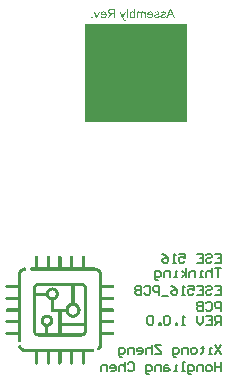
<source format=gbo>
G04*
G04 #@! TF.GenerationSoftware,Altium Limited,Altium Designer,21.9.2 (33)*
G04*
G04 Layer_Color=32896*
%FSLAX25Y25*%
%MOIN*%
G70*
G04*
G04 #@! TF.SameCoordinates,C603DD54-685B-4B9A-A4C2-A7D413009CF4*
G04*
G04*
G04 #@! TF.FilePolarity,Positive*
G04*
G01*
G75*
%ADD15C,0.00500*%
%ADD152R,0.34394X0.32912*%
G36*
X59358Y112947D02*
X59499D01*
Y112876D01*
X59570D01*
Y112805D01*
X59641D01*
Y112663D01*
X59712D01*
Y109044D01*
X63260D01*
Y108973D01*
X63686D01*
Y108903D01*
X63898D01*
Y108832D01*
X64040D01*
Y108760D01*
X64182D01*
Y108690D01*
X64324D01*
Y108619D01*
X64466D01*
Y108548D01*
X64537D01*
Y108477D01*
X64608D01*
Y108406D01*
X64679D01*
Y108335D01*
X64750D01*
Y108264D01*
X64821D01*
Y108193D01*
X64892D01*
Y108122D01*
X64963D01*
Y108051D01*
X65034D01*
Y107909D01*
X65105D01*
Y107838D01*
X65175D01*
Y107696D01*
X65246D01*
Y107554D01*
X65317D01*
Y107342D01*
X65388D01*
Y107058D01*
X65459D01*
Y103155D01*
X69220D01*
Y103084D01*
X69362D01*
Y103014D01*
X69433D01*
Y102943D01*
X69504D01*
Y102801D01*
X69574D01*
Y102446D01*
X69504D01*
Y102304D01*
X69433D01*
Y102233D01*
X69362D01*
Y102162D01*
X69220D01*
Y102091D01*
X65459D01*
Y99253D01*
X69291D01*
Y99182D01*
X69362D01*
Y99111D01*
X69433D01*
Y99040D01*
X69504D01*
Y98898D01*
X69574D01*
Y98544D01*
X69504D01*
Y98402D01*
X69433D01*
Y98331D01*
X69362D01*
Y98260D01*
X69149D01*
Y98189D01*
X65459D01*
Y95422D01*
X69078D01*
Y95351D01*
X69291D01*
Y95280D01*
X69433D01*
Y95138D01*
X69504D01*
Y94996D01*
X69574D01*
Y94712D01*
X69504D01*
Y94570D01*
X69433D01*
Y94428D01*
X69291D01*
Y94357D01*
X69078D01*
Y94286D01*
X65459D01*
Y91519D01*
X69149D01*
Y91448D01*
X69362D01*
Y91377D01*
X69433D01*
Y91306D01*
X69504D01*
Y91164D01*
X69574D01*
Y90810D01*
X69504D01*
Y90668D01*
X69433D01*
Y90597D01*
X69362D01*
Y90526D01*
X69291D01*
Y90455D01*
X65459D01*
Y87617D01*
X69220D01*
Y87546D01*
X69362D01*
Y87475D01*
X69433D01*
Y87404D01*
X69504D01*
Y87262D01*
X69574D01*
Y86907D01*
X69504D01*
Y86765D01*
X69433D01*
Y86695D01*
X69362D01*
Y86624D01*
X69220D01*
Y86553D01*
X65459D01*
Y82863D01*
X65388D01*
Y82579D01*
X65317D01*
Y82367D01*
X65246D01*
Y82225D01*
X65175D01*
Y82154D01*
X65105D01*
Y82012D01*
X65034D01*
Y81870D01*
X64963D01*
Y81799D01*
X64892D01*
Y81728D01*
X64821D01*
Y81657D01*
X64750D01*
Y81586D01*
X64679D01*
Y81515D01*
X64608D01*
Y81444D01*
X64111D01*
Y81515D01*
X64040D01*
Y81586D01*
X63969D01*
Y81657D01*
X63898D01*
Y81728D01*
X63827D01*
Y82154D01*
X63898D01*
Y82296D01*
X63969D01*
Y82367D01*
X64040D01*
Y82437D01*
X64111D01*
Y82508D01*
X64182D01*
Y82650D01*
X64253D01*
Y82792D01*
X64324D01*
Y83005D01*
X64395D01*
Y106916D01*
X64324D01*
Y107129D01*
X64253D01*
Y107271D01*
X64182D01*
Y107413D01*
X64111D01*
Y107483D01*
X64040D01*
Y107554D01*
X63969D01*
Y107625D01*
X63898D01*
Y107696D01*
X63827D01*
Y107767D01*
X63686D01*
Y107838D01*
X63473D01*
Y107909D01*
X63189D01*
Y107980D01*
X41620D01*
Y108051D01*
X41549D01*
Y108122D01*
X41478D01*
Y108193D01*
X41407D01*
Y108335D01*
X41336D01*
Y108619D01*
X41407D01*
Y108760D01*
X41478D01*
Y108903D01*
X41620D01*
Y108973D01*
X41761D01*
Y109044D01*
X43110D01*
Y112663D01*
X43181D01*
Y112805D01*
X43251D01*
Y112876D01*
X43322D01*
Y112947D01*
X43464D01*
Y113018D01*
X43819D01*
Y112947D01*
X43961D01*
Y112876D01*
X44032D01*
Y112805D01*
X44103D01*
Y112663D01*
X44174D01*
Y109044D01*
X47012D01*
Y112734D01*
X47083D01*
Y112805D01*
X47154D01*
Y112876D01*
X47225D01*
Y112947D01*
X47367D01*
Y113018D01*
X47721D01*
Y112947D01*
X47863D01*
Y112876D01*
X47934D01*
Y112805D01*
X48005D01*
Y112592D01*
X48076D01*
Y109044D01*
X50843D01*
Y112521D01*
X50914D01*
Y112734D01*
X50985D01*
Y112876D01*
X51127D01*
Y112947D01*
X51269D01*
Y113018D01*
X51553D01*
Y112947D01*
X51695D01*
Y112876D01*
X51837D01*
Y112734D01*
X51908D01*
Y112521D01*
X51978D01*
Y109044D01*
X54746D01*
Y112592D01*
X54817D01*
Y112805D01*
X54887D01*
Y112876D01*
X54958D01*
Y112947D01*
X55100D01*
Y113018D01*
X55455D01*
Y112947D01*
X55597D01*
Y112876D01*
X55668D01*
Y112805D01*
X55739D01*
Y112734D01*
X55810D01*
Y109044D01*
X58648D01*
Y112663D01*
X58719D01*
Y112805D01*
X58790D01*
Y112876D01*
X58861D01*
Y112947D01*
X59003D01*
Y113018D01*
X59358D01*
Y112947D01*
D02*
G37*
G36*
X58932Y103865D02*
X59216D01*
Y103794D01*
X59358D01*
Y103723D01*
X59499D01*
Y103652D01*
X59641D01*
Y103581D01*
X59712D01*
Y103510D01*
X59783D01*
Y103439D01*
X59854D01*
Y103368D01*
X59925D01*
Y103297D01*
X59996D01*
Y103226D01*
X60067D01*
Y103155D01*
X60138D01*
Y103014D01*
X60209D01*
Y102872D01*
X60280D01*
Y102659D01*
X60351D01*
Y98402D01*
Y98331D01*
Y87262D01*
X60280D01*
Y87049D01*
X60209D01*
Y86907D01*
X60138D01*
Y86765D01*
X60067D01*
Y86695D01*
X59996D01*
Y86624D01*
X59925D01*
Y86553D01*
X59854D01*
Y86482D01*
X59783D01*
Y86411D01*
X59712D01*
Y86340D01*
X59641D01*
Y86269D01*
X59499D01*
Y86198D01*
X59358D01*
Y86127D01*
X59145D01*
Y86056D01*
X58861D01*
Y85985D01*
X43961D01*
Y86056D01*
X43677D01*
Y86127D01*
X43464D01*
Y86198D01*
X43322D01*
Y86269D01*
X43181D01*
Y86340D01*
X43110D01*
Y86411D01*
X43039D01*
Y86482D01*
X42968D01*
Y86553D01*
X42897D01*
Y86624D01*
X42826D01*
Y86695D01*
X42755D01*
Y86765D01*
X42684D01*
Y86907D01*
X42613D01*
Y87049D01*
X42542D01*
Y87262D01*
X42471D01*
Y102659D01*
X42542D01*
Y102872D01*
X42613D01*
Y103014D01*
X42684D01*
Y103155D01*
X42755D01*
Y103226D01*
X42826D01*
Y103297D01*
X42897D01*
Y103368D01*
X42968D01*
Y103439D01*
X43039D01*
Y103510D01*
X43110D01*
Y103581D01*
X43181D01*
Y103652D01*
X43322D01*
Y103723D01*
X43464D01*
Y103794D01*
X43606D01*
Y103865D01*
X43890D01*
Y103936D01*
X58932D01*
Y103865D01*
D02*
G37*
G36*
X39846Y108973D02*
X39988D01*
Y108903D01*
X40130D01*
Y108832D01*
X40201D01*
Y108690D01*
X40271D01*
Y108335D01*
X40201D01*
Y108193D01*
X40130D01*
Y108122D01*
X40059D01*
Y108051D01*
X39988D01*
Y107980D01*
X39633D01*
Y107909D01*
X39349D01*
Y107838D01*
X39136D01*
Y107767D01*
X38994D01*
Y107696D01*
X38923D01*
Y107625D01*
X38852D01*
Y107554D01*
X38781D01*
Y107483D01*
X38711D01*
Y107413D01*
X38640D01*
Y107271D01*
X38569D01*
Y107129D01*
X38498D01*
Y106916D01*
X38427D01*
Y84566D01*
X38356D01*
Y84424D01*
X38285D01*
Y84353D01*
X38214D01*
Y84282D01*
X38072D01*
Y84211D01*
X37646D01*
Y84282D01*
X37575D01*
Y84353D01*
X37504D01*
Y84424D01*
X37433D01*
Y84495D01*
X37363D01*
Y86553D01*
X33602D01*
Y86624D01*
X33460D01*
Y86695D01*
X33389D01*
Y86765D01*
X33318D01*
Y86907D01*
X33247D01*
Y87262D01*
X33318D01*
Y87404D01*
X33389D01*
Y87475D01*
X33460D01*
Y87546D01*
X33602D01*
Y87617D01*
X37363D01*
Y90455D01*
X33531D01*
Y90526D01*
X33460D01*
Y90597D01*
X33389D01*
Y90668D01*
X33318D01*
Y90810D01*
X33247D01*
Y91164D01*
X33318D01*
Y91306D01*
X33389D01*
Y91377D01*
X33460D01*
Y91448D01*
X33673D01*
Y91519D01*
X37363D01*
Y94286D01*
X33744D01*
Y94357D01*
X33531D01*
Y94428D01*
X33389D01*
Y94570D01*
X33318D01*
Y94712D01*
X33247D01*
Y94996D01*
X33318D01*
Y95138D01*
X33389D01*
Y95280D01*
X33531D01*
Y95351D01*
X33744D01*
Y95422D01*
X37363D01*
Y98189D01*
X33673D01*
Y98260D01*
X33460D01*
Y98331D01*
X33389D01*
Y98402D01*
X33318D01*
Y98544D01*
X33247D01*
Y98898D01*
X33318D01*
Y99040D01*
X33389D01*
Y99111D01*
X33460D01*
Y99182D01*
X33531D01*
Y99253D01*
X37363D01*
Y102091D01*
X33602D01*
Y102162D01*
X33460D01*
Y102233D01*
X33389D01*
Y102304D01*
X33318D01*
Y102446D01*
X33247D01*
Y102801D01*
X33318D01*
Y102943D01*
X33389D01*
Y103014D01*
X33460D01*
Y103084D01*
X33602D01*
Y103155D01*
X37363D01*
Y107058D01*
X37433D01*
Y107342D01*
X37504D01*
Y107554D01*
X37575D01*
Y107696D01*
X37646D01*
Y107838D01*
X37717D01*
Y107909D01*
X37788D01*
Y108051D01*
X37859D01*
Y108122D01*
X37930D01*
Y108193D01*
X38001D01*
Y108264D01*
X38072D01*
Y108335D01*
X38143D01*
Y108406D01*
X38214D01*
Y108477D01*
X38285D01*
Y108548D01*
X38356D01*
Y108619D01*
X38498D01*
Y108690D01*
X38640D01*
Y108760D01*
X38781D01*
Y108832D01*
X38923D01*
Y108903D01*
X39136D01*
Y108973D01*
X39562D01*
Y109044D01*
X39846D01*
Y108973D01*
D02*
G37*
G36*
X38214Y83076D02*
X38356D01*
Y83005D01*
X38427D01*
Y82934D01*
X38498D01*
Y82792D01*
X38569D01*
Y82650D01*
X38640D01*
Y82579D01*
X38711D01*
Y82437D01*
X38781D01*
Y82367D01*
X38852D01*
Y82296D01*
X38923D01*
Y82225D01*
X39065D01*
Y82154D01*
X39207D01*
Y82083D01*
X39349D01*
Y82012D01*
X39775D01*
Y81941D01*
X62621D01*
Y81870D01*
X62692D01*
Y81799D01*
X62763D01*
Y81728D01*
X62834D01*
Y81515D01*
X62905D01*
Y81373D01*
X62834D01*
Y81160D01*
X62763D01*
Y81089D01*
X62692D01*
Y81018D01*
X62621D01*
Y80948D01*
X62408D01*
Y80876D01*
X59712D01*
Y77045D01*
X59641D01*
Y76903D01*
X59570D01*
Y76832D01*
X59499D01*
Y76761D01*
X59358D01*
Y76690D01*
X59003D01*
Y76761D01*
X58861D01*
Y76832D01*
X58790D01*
Y76903D01*
X58719D01*
Y77045D01*
X58648D01*
Y80876D01*
X55810D01*
Y76974D01*
X55739D01*
Y76903D01*
X55668D01*
Y76832D01*
X55597D01*
Y76761D01*
X55455D01*
Y76690D01*
X55100D01*
Y76761D01*
X54958D01*
Y76832D01*
X54887D01*
Y76903D01*
X54817D01*
Y77116D01*
X54746D01*
Y80876D01*
X51978D01*
Y77187D01*
X51908D01*
Y76974D01*
X51837D01*
Y76832D01*
X51695D01*
Y76761D01*
X51553D01*
Y76690D01*
X51269D01*
Y76761D01*
X51127D01*
Y76832D01*
X50985D01*
Y76974D01*
X50914D01*
Y77187D01*
X50843D01*
Y78677D01*
Y78748D01*
Y80876D01*
X48076D01*
Y77116D01*
X48005D01*
Y76903D01*
X47934D01*
Y76832D01*
X47863D01*
Y76761D01*
X47721D01*
Y76690D01*
X47367D01*
Y76761D01*
X47225D01*
Y76832D01*
X47154D01*
Y76903D01*
X47083D01*
Y76974D01*
X47012D01*
Y80876D01*
X44174D01*
Y77045D01*
X44103D01*
Y76903D01*
X44032D01*
Y76832D01*
X43961D01*
Y76761D01*
X43819D01*
Y76690D01*
X43464D01*
Y76761D01*
X43322D01*
Y76832D01*
X43251D01*
Y76903D01*
X43181D01*
Y77045D01*
X43110D01*
Y80876D01*
X39633D01*
Y80948D01*
X39207D01*
Y81018D01*
X38923D01*
Y81089D01*
X38781D01*
Y81160D01*
X38640D01*
Y81231D01*
X38498D01*
Y81302D01*
X38356D01*
Y81373D01*
X38285D01*
Y81444D01*
X38214D01*
Y81515D01*
X38143D01*
Y81586D01*
X38072D01*
Y81657D01*
X38001D01*
Y81728D01*
X37930D01*
Y81799D01*
X37859D01*
Y81870D01*
X37788D01*
Y82012D01*
X37717D01*
Y82083D01*
X37646D01*
Y82225D01*
X37575D01*
Y82367D01*
X37504D01*
Y82792D01*
X37575D01*
Y82934D01*
X37646D01*
Y83005D01*
X37717D01*
Y83076D01*
X37859D01*
Y83147D01*
X38214D01*
Y83076D01*
D02*
G37*
G36*
X76511Y192150D02*
X76166D01*
Y192422D01*
X76122Y192366D01*
X76078Y192315D01*
X76027Y192271D01*
X75980Y192236D01*
X75927Y192203D01*
X75877Y192180D01*
X75827Y192156D01*
X75780Y192141D01*
X75735Y192127D01*
X75694Y192118D01*
X75656Y192109D01*
X75623Y192106D01*
X75597Y192103D01*
X75576Y192100D01*
X75558D01*
X75488Y192103D01*
X75417Y192115D01*
X75352Y192130D01*
X75290Y192147D01*
X75231Y192171D01*
X75175Y192198D01*
X75125Y192224D01*
X75077Y192253D01*
X75036Y192283D01*
X75001Y192310D01*
X74968Y192336D01*
X74942Y192360D01*
X74921Y192377D01*
X74904Y192395D01*
X74895Y192404D01*
X74892Y192407D01*
X74841Y192466D01*
X74800Y192534D01*
X74762Y192602D01*
X74729Y192672D01*
X74703Y192746D01*
X74679Y192817D01*
X74662Y192888D01*
X74647Y192959D01*
X74635Y193024D01*
X74626Y193082D01*
X74620Y193139D01*
X74614Y193186D01*
Y193224D01*
X74611Y193254D01*
Y193262D01*
Y193271D01*
Y193274D01*
Y193277D01*
X74614Y193366D01*
X74623Y193448D01*
X74632Y193522D01*
X74644Y193590D01*
X74653Y193619D01*
X74659Y193646D01*
X74664Y193667D01*
X74668Y193687D01*
X74673Y193702D01*
X74676Y193714D01*
X74679Y193720D01*
Y193723D01*
X74706Y193799D01*
X74735Y193867D01*
X74765Y193929D01*
X74794Y193979D01*
X74821Y194021D01*
X74833Y194038D01*
X74841Y194053D01*
X74850Y194065D01*
X74856Y194074D01*
X74862Y194077D01*
Y194080D01*
X74909Y194133D01*
X74957Y194177D01*
X75007Y194218D01*
X75054Y194251D01*
X75095Y194277D01*
X75131Y194295D01*
X75142Y194301D01*
X75151Y194307D01*
X75157Y194310D01*
X75160D01*
X75228Y194336D01*
X75296Y194357D01*
X75361Y194372D01*
X75417Y194383D01*
X75467Y194389D01*
X75488D01*
X75505Y194392D01*
X75541D01*
X75608Y194389D01*
X75670Y194380D01*
X75732Y194366D01*
X75788Y194345D01*
X75842Y194324D01*
X75892Y194298D01*
X75936Y194271D01*
X75977Y194245D01*
X76013Y194218D01*
X76045Y194192D01*
X76075Y194165D01*
X76098Y194144D01*
X76116Y194124D01*
X76128Y194109D01*
X76137Y194100D01*
X76139Y194097D01*
Y195174D01*
X76511D01*
Y192150D01*
D02*
G37*
G36*
X79113Y194389D02*
X79187Y194378D01*
X79252Y194360D01*
X79311Y194342D01*
X79358Y194324D01*
X79376Y194316D01*
X79393Y194307D01*
X79405Y194301D01*
X79414Y194295D01*
X79420Y194292D01*
X79423D01*
X79485Y194254D01*
X79538Y194212D01*
X79585Y194168D01*
X79624Y194127D01*
X79656Y194091D01*
X79680Y194062D01*
X79685Y194050D01*
X79691Y194041D01*
X79697Y194038D01*
Y194342D01*
X80031D01*
Y192150D01*
X79659D01*
Y193286D01*
Y193342D01*
X79656Y193392D01*
X79653Y193439D01*
X79650Y193484D01*
X79644Y193525D01*
X79641Y193563D01*
X79635Y193599D01*
X79629Y193628D01*
X79624Y193658D01*
X79618Y193681D01*
X79615Y193699D01*
X79609Y193717D01*
X79606Y193728D01*
X79603Y193740D01*
X79600Y193743D01*
Y193746D01*
X79573Y193802D01*
X79544Y193852D01*
X79514Y193894D01*
X79482Y193926D01*
X79452Y193953D01*
X79429Y193973D01*
X79414Y193985D01*
X79408Y193988D01*
X79358Y194015D01*
X79305Y194035D01*
X79255Y194050D01*
X79211Y194062D01*
X79172Y194068D01*
X79143Y194071D01*
X79116D01*
X79045Y194065D01*
X78983Y194050D01*
X78933Y194032D01*
X78892Y194009D01*
X78859Y193985D01*
X78839Y193967D01*
X78824Y193953D01*
X78821Y193947D01*
X78792Y193897D01*
X78768Y193838D01*
X78753Y193776D01*
X78741Y193714D01*
X78736Y193661D01*
X78733Y193637D01*
X78730Y193616D01*
Y193599D01*
Y193587D01*
Y193578D01*
Y193575D01*
Y192150D01*
X78358D01*
Y193422D01*
X78355Y193484D01*
X78352Y193540D01*
X78343Y193593D01*
X78334Y193643D01*
X78322Y193687D01*
X78311Y193726D01*
X78296Y193764D01*
X78281Y193796D01*
X78269Y193823D01*
X78255Y193850D01*
X78243Y193867D01*
X78231Y193885D01*
X78222Y193897D01*
X78213Y193909D01*
X78210Y193911D01*
X78207Y193914D01*
X78178Y193941D01*
X78145Y193967D01*
X78116Y193988D01*
X78084Y194006D01*
X78019Y194032D01*
X77957Y194050D01*
X77904Y194062D01*
X77880Y194065D01*
X77859Y194068D01*
X77845Y194071D01*
X77821D01*
X77774Y194068D01*
X77732Y194062D01*
X77694Y194050D01*
X77662Y194041D01*
X77635Y194029D01*
X77618Y194018D01*
X77603Y194012D01*
X77600Y194009D01*
X77567Y193985D01*
X77541Y193959D01*
X77517Y193932D01*
X77500Y193909D01*
X77485Y193885D01*
X77476Y193867D01*
X77473Y193855D01*
X77470Y193850D01*
X77458Y193808D01*
X77446Y193758D01*
X77441Y193705D01*
X77438Y193655D01*
X77435Y193608D01*
X77432Y193584D01*
Y193566D01*
Y193552D01*
Y193540D01*
Y193534D01*
Y193531D01*
Y192150D01*
X77060D01*
Y193655D01*
X77063Y193723D01*
X77069Y193788D01*
X77078Y193846D01*
X77087Y193900D01*
X77101Y193950D01*
X77116Y193994D01*
X77131Y194035D01*
X77148Y194074D01*
X77166Y194106D01*
X77181Y194133D01*
X77196Y194156D01*
X77210Y194177D01*
X77219Y194192D01*
X77228Y194201D01*
X77234Y194206D01*
X77237Y194209D01*
X77272Y194242D01*
X77308Y194268D01*
X77349Y194295D01*
X77387Y194316D01*
X77432Y194333D01*
X77473Y194348D01*
X77553Y194369D01*
X77591Y194378D01*
X77626Y194383D01*
X77656Y194386D01*
X77685Y194389D01*
X77706Y194392D01*
X77738D01*
X77815Y194389D01*
X77886Y194375D01*
X77957Y194357D01*
X78019Y194333D01*
X78081Y194304D01*
X78137Y194271D01*
X78187Y194236D01*
X78234Y194201D01*
X78275Y194165D01*
X78311Y194130D01*
X78343Y194097D01*
X78370Y194068D01*
X78390Y194044D01*
X78405Y194027D01*
X78414Y194012D01*
X78417Y194009D01*
X78443Y194074D01*
X78476Y194130D01*
X78514Y194177D01*
X78550Y194215D01*
X78582Y194248D01*
X78609Y194271D01*
X78629Y194283D01*
X78632Y194289D01*
X78635D01*
X78697Y194324D01*
X78762Y194348D01*
X78830Y194366D01*
X78892Y194380D01*
X78948Y194386D01*
X78971Y194389D01*
X78992D01*
X79010Y194392D01*
X79033D01*
X79113Y194389D01*
D02*
G37*
G36*
X63935Y192150D02*
X63587D01*
X62755Y194342D01*
X63139D01*
X63626Y193003D01*
X63658Y192914D01*
X63685Y192835D01*
X63708Y192764D01*
X63729Y192705D01*
X63738Y192678D01*
X63744Y192655D01*
X63749Y192634D01*
X63755Y192619D01*
X63758Y192605D01*
X63761Y192596D01*
X63764Y192590D01*
Y192587D01*
X63788Y192672D01*
X63814Y192752D01*
X63838Y192826D01*
X63859Y192894D01*
X63867Y192923D01*
X63876Y192950D01*
X63882Y192973D01*
X63891Y192991D01*
X63897Y193009D01*
X63900Y193020D01*
X63903Y193026D01*
Y193029D01*
X64375Y194342D01*
X64764D01*
X63935Y192150D01*
D02*
G37*
G36*
X72602Y192144D02*
X72617Y192106D01*
X72629Y192079D01*
X72635Y192062D01*
X72638Y192056D01*
X72653Y192017D01*
X72664Y191979D01*
X72676Y191950D01*
X72688Y191920D01*
X72697Y191894D01*
X72706Y191870D01*
X72723Y191835D01*
X72735Y191808D01*
X72744Y191790D01*
X72747Y191781D01*
X72750Y191779D01*
X72768Y191752D01*
X72788Y191728D01*
X72809Y191711D01*
X72830Y191693D01*
X72847Y191681D01*
X72862Y191672D01*
X72871Y191666D01*
X72874Y191664D01*
X72903Y191649D01*
X72936Y191637D01*
X72968Y191631D01*
X72998Y191625D01*
X73027Y191622D01*
X73048Y191619D01*
X73069D01*
X73104Y191622D01*
X73139Y191625D01*
X73175Y191631D01*
X73210Y191637D01*
X73237Y191643D01*
X73260Y191649D01*
X73275Y191655D01*
X73281D01*
X73240Y191307D01*
X73193Y191292D01*
X73148Y191280D01*
X73107Y191271D01*
X73071Y191265D01*
X73042Y191262D01*
X73018Y191259D01*
X73001D01*
X72936Y191262D01*
X72880Y191274D01*
X72827Y191289D01*
X72782Y191304D01*
X72747Y191321D01*
X72720Y191333D01*
X72703Y191345D01*
X72697Y191348D01*
X72650Y191383D01*
X72605Y191425D01*
X72567Y191472D01*
X72532Y191513D01*
X72505Y191554D01*
X72484Y191587D01*
X72476Y191599D01*
X72473Y191607D01*
X72467Y191613D01*
Y191616D01*
X72452Y191643D01*
X72437Y191675D01*
X72420Y191714D01*
X72402Y191752D01*
X72369Y191832D01*
X72334Y191914D01*
X72319Y191956D01*
X72304Y191991D01*
X72290Y192023D01*
X72281Y192053D01*
X72269Y192077D01*
X72263Y192097D01*
X72257Y192109D01*
Y192112D01*
X71428Y194342D01*
X71797D01*
X72266Y193062D01*
X72299Y192970D01*
X72328Y192882D01*
X72355Y192799D01*
X72378Y192723D01*
X72387Y192687D01*
X72396Y192658D01*
X72405Y192631D01*
X72411Y192607D01*
X72417Y192590D01*
X72420Y192575D01*
X72422Y192566D01*
Y192563D01*
X72449Y192661D01*
X72479Y192755D01*
X72505Y192841D01*
X72517Y192879D01*
X72529Y192917D01*
X72540Y192950D01*
X72549Y192979D01*
X72558Y193006D01*
X72567Y193029D01*
X72573Y193047D01*
X72579Y193059D01*
X72582Y193068D01*
Y193071D01*
X73039Y194342D01*
X73434D01*
X72602Y192144D01*
D02*
G37*
G36*
X81562Y194389D02*
X81641Y194380D01*
X81715Y194363D01*
X81786Y194345D01*
X81851Y194322D01*
X81913Y194295D01*
X81969Y194268D01*
X82019Y194239D01*
X82066Y194209D01*
X82104Y194183D01*
X82140Y194156D01*
X82166Y194133D01*
X82190Y194115D01*
X82205Y194100D01*
X82217Y194088D01*
X82219Y194086D01*
X82270Y194027D01*
X82314Y193962D01*
X82349Y193894D01*
X82382Y193823D01*
X82411Y193749D01*
X82435Y193678D01*
X82452Y193608D01*
X82467Y193543D01*
X82479Y193478D01*
X82488Y193419D01*
X82494Y193366D01*
X82497Y193318D01*
X82500Y193280D01*
X82503Y193251D01*
Y193233D01*
Y193230D01*
Y193227D01*
X82500Y193130D01*
X82491Y193038D01*
X82476Y192950D01*
X82458Y192870D01*
X82438Y192796D01*
X82414Y192728D01*
X82388Y192666D01*
X82361Y192611D01*
X82337Y192560D01*
X82311Y192516D01*
X82287Y192481D01*
X82267Y192451D01*
X82249Y192425D01*
X82234Y192410D01*
X82225Y192398D01*
X82222Y192395D01*
X82166Y192342D01*
X82107Y192298D01*
X82045Y192259D01*
X81984Y192224D01*
X81919Y192198D01*
X81857Y192171D01*
X81795Y192153D01*
X81733Y192139D01*
X81677Y192124D01*
X81626Y192115D01*
X81579Y192109D01*
X81538Y192106D01*
X81506Y192103D01*
X81479Y192100D01*
X81458D01*
X81388Y192103D01*
X81323Y192109D01*
X81261Y192118D01*
X81199Y192130D01*
X81146Y192141D01*
X81093Y192159D01*
X81045Y192174D01*
X81004Y192192D01*
X80966Y192209D01*
X80930Y192224D01*
X80901Y192242D01*
X80877Y192253D01*
X80857Y192265D01*
X80845Y192274D01*
X80836Y192280D01*
X80833Y192283D01*
X80789Y192318D01*
X80747Y192360D01*
X80709Y192401D01*
X80677Y192442D01*
X80644Y192487D01*
X80618Y192531D01*
X80594Y192575D01*
X80570Y192616D01*
X80553Y192655D01*
X80538Y192690D01*
X80523Y192723D01*
X80514Y192752D01*
X80506Y192776D01*
X80500Y192793D01*
X80497Y192805D01*
Y192808D01*
X80880Y192858D01*
X80898Y192814D01*
X80916Y192776D01*
X80933Y192737D01*
X80951Y192702D01*
X80989Y192643D01*
X81028Y192596D01*
X81060Y192557D01*
X81087Y192531D01*
X81104Y192516D01*
X81107Y192510D01*
X81110D01*
X81166Y192475D01*
X81225Y192448D01*
X81284Y192430D01*
X81337Y192419D01*
X81388Y192410D01*
X81405Y192407D01*
X81423D01*
X81438Y192404D01*
X81458D01*
X81508Y192407D01*
X81559Y192413D01*
X81603Y192422D01*
X81647Y192434D01*
X81688Y192448D01*
X81727Y192466D01*
X81759Y192481D01*
X81792Y192501D01*
X81821Y192519D01*
X81845Y192534D01*
X81868Y192552D01*
X81886Y192566D01*
X81901Y192578D01*
X81910Y192587D01*
X81916Y192593D01*
X81919Y192596D01*
X81951Y192634D01*
X81981Y192675D01*
X82004Y192720D01*
X82028Y192764D01*
X82045Y192808D01*
X82063Y192855D01*
X82090Y192944D01*
X82099Y192988D01*
X82104Y193026D01*
X82110Y193062D01*
X82116Y193091D01*
X82119Y193115D01*
X82122Y193136D01*
Y193147D01*
Y193150D01*
X80485D01*
Y193174D01*
X80482Y193192D01*
Y193209D01*
Y193224D01*
Y193233D01*
Y193242D01*
Y193248D01*
X80485Y193348D01*
X80494Y193439D01*
X80509Y193528D01*
X80526Y193608D01*
X80547Y193684D01*
X80570Y193752D01*
X80597Y193817D01*
X80621Y193873D01*
X80647Y193923D01*
X80674Y193967D01*
X80697Y194006D01*
X80718Y194035D01*
X80736Y194059D01*
X80750Y194077D01*
X80759Y194088D01*
X80762Y194091D01*
X80815Y194144D01*
X80871Y194192D01*
X80930Y194230D01*
X80992Y194265D01*
X81051Y194295D01*
X81110Y194318D01*
X81169Y194339D01*
X81225Y194354D01*
X81275Y194366D01*
X81326Y194378D01*
X81370Y194383D01*
X81405Y194386D01*
X81438Y194389D01*
X81458Y194392D01*
X81479D01*
X81562Y194389D01*
D02*
G37*
G36*
X66071D02*
X66151Y194380D01*
X66225Y194363D01*
X66295Y194345D01*
X66360Y194322D01*
X66422Y194295D01*
X66478Y194268D01*
X66528Y194239D01*
X66576Y194209D01*
X66614Y194183D01*
X66649Y194156D01*
X66676Y194133D01*
X66699Y194115D01*
X66714Y194100D01*
X66726Y194088D01*
X66729Y194086D01*
X66779Y194027D01*
X66823Y193962D01*
X66859Y193894D01*
X66891Y193823D01*
X66921Y193749D01*
X66944Y193678D01*
X66962Y193608D01*
X66977Y193543D01*
X66989Y193478D01*
X66997Y193419D01*
X67003Y193366D01*
X67006Y193318D01*
X67009Y193280D01*
X67012Y193251D01*
Y193233D01*
Y193230D01*
Y193227D01*
X67009Y193130D01*
X67000Y193038D01*
X66986Y192950D01*
X66968Y192870D01*
X66947Y192796D01*
X66924Y192728D01*
X66897Y192666D01*
X66871Y192611D01*
X66847Y192560D01*
X66821Y192516D01*
X66797Y192481D01*
X66776Y192451D01*
X66759Y192425D01*
X66744Y192410D01*
X66735Y192398D01*
X66732Y192395D01*
X66676Y192342D01*
X66617Y192298D01*
X66555Y192259D01*
X66493Y192224D01*
X66428Y192198D01*
X66366Y192171D01*
X66304Y192153D01*
X66242Y192139D01*
X66186Y192124D01*
X66136Y192115D01*
X66089Y192109D01*
X66048Y192106D01*
X66015Y192103D01*
X65989Y192100D01*
X65968D01*
X65897Y192103D01*
X65832Y192109D01*
X65770Y192118D01*
X65708Y192130D01*
X65655Y192141D01*
X65602Y192159D01*
X65555Y192174D01*
X65514Y192192D01*
X65475Y192209D01*
X65440Y192224D01*
X65410Y192242D01*
X65387Y192253D01*
X65366Y192265D01*
X65354Y192274D01*
X65346Y192280D01*
X65342Y192283D01*
X65298Y192318D01*
X65257Y192360D01*
X65219Y192401D01*
X65186Y192442D01*
X65154Y192487D01*
X65127Y192531D01*
X65104Y192575D01*
X65080Y192616D01*
X65062Y192655D01*
X65048Y192690D01*
X65033Y192723D01*
X65024Y192752D01*
X65015Y192776D01*
X65009Y192793D01*
X65006Y192805D01*
Y192808D01*
X65390Y192858D01*
X65407Y192814D01*
X65425Y192776D01*
X65443Y192737D01*
X65460Y192702D01*
X65499Y192643D01*
X65537Y192596D01*
X65570Y192557D01*
X65596Y192531D01*
X65614Y192516D01*
X65617Y192510D01*
X65620D01*
X65676Y192475D01*
X65735Y192448D01*
X65794Y192430D01*
X65847Y192419D01*
X65897Y192410D01*
X65915Y192407D01*
X65933D01*
X65947Y192404D01*
X65968D01*
X66018Y192407D01*
X66068Y192413D01*
X66113Y192422D01*
X66157Y192434D01*
X66198Y192448D01*
X66236Y192466D01*
X66269Y192481D01*
X66301Y192501D01*
X66331Y192519D01*
X66354Y192534D01*
X66378Y192552D01*
X66396Y192566D01*
X66410Y192578D01*
X66419Y192587D01*
X66425Y192593D01*
X66428Y192596D01*
X66461Y192634D01*
X66490Y192675D01*
X66514Y192720D01*
X66537Y192764D01*
X66555Y192808D01*
X66573Y192855D01*
X66599Y192944D01*
X66608Y192988D01*
X66614Y193026D01*
X66620Y193062D01*
X66626Y193091D01*
X66629Y193115D01*
X66632Y193136D01*
Y193147D01*
Y193150D01*
X64994D01*
Y193174D01*
X64991Y193192D01*
Y193209D01*
Y193224D01*
Y193233D01*
Y193242D01*
Y193248D01*
X64994Y193348D01*
X65003Y193439D01*
X65018Y193528D01*
X65036Y193608D01*
X65056Y193684D01*
X65080Y193752D01*
X65106Y193817D01*
X65130Y193873D01*
X65157Y193923D01*
X65183Y193967D01*
X65207Y194006D01*
X65228Y194035D01*
X65245Y194059D01*
X65260Y194077D01*
X65269Y194088D01*
X65272Y194091D01*
X65325Y194144D01*
X65381Y194192D01*
X65440Y194230D01*
X65502Y194265D01*
X65561Y194295D01*
X65620Y194318D01*
X65679Y194339D01*
X65735Y194354D01*
X65785Y194366D01*
X65835Y194378D01*
X65879Y194383D01*
X65915Y194386D01*
X65947Y194389D01*
X65968Y194392D01*
X65989D01*
X66071Y194389D01*
D02*
G37*
G36*
X89701Y192150D02*
X89279D01*
X88948Y193065D01*
X87680D01*
X87329Y192150D01*
X86875D01*
X88111Y195174D01*
X88544D01*
X89701Y192150D01*
D02*
G37*
G36*
X74169D02*
X73797D01*
Y195174D01*
X74169D01*
Y192150D01*
D02*
G37*
G36*
X69883D02*
X69481D01*
Y193492D01*
X68965D01*
X68918Y193490D01*
X68880Y193487D01*
X68850D01*
X68827Y193484D01*
X68809Y193481D01*
X68800Y193478D01*
X68797D01*
X68762Y193469D01*
X68729Y193454D01*
X68700Y193442D01*
X68673Y193428D01*
X68650Y193416D01*
X68632Y193404D01*
X68620Y193398D01*
X68617Y193395D01*
X68582Y193372D01*
X68546Y193339D01*
X68514Y193307D01*
X68481Y193274D01*
X68455Y193245D01*
X68431Y193218D01*
X68419Y193201D01*
X68414Y193198D01*
Y193195D01*
X68390Y193165D01*
X68369Y193136D01*
X68319Y193068D01*
X68272Y193000D01*
X68225Y192932D01*
X68186Y192873D01*
X68169Y192847D01*
X68154Y192823D01*
X68142Y192805D01*
X68133Y192790D01*
X68127Y192782D01*
X68124Y192779D01*
X67723Y192150D01*
X67225D01*
X67747Y192970D01*
X67806Y193056D01*
X67865Y193136D01*
X67921Y193203D01*
X67971Y193262D01*
X67995Y193289D01*
X68015Y193310D01*
X68033Y193330D01*
X68048Y193345D01*
X68059Y193357D01*
X68068Y193369D01*
X68074Y193372D01*
X68077Y193375D01*
X68113Y193401D01*
X68151Y193431D01*
X68189Y193454D01*
X68228Y193478D01*
X68263Y193496D01*
X68292Y193513D01*
X68304Y193516D01*
X68313Y193522D01*
X68316Y193525D01*
X68319D01*
X68239Y193537D01*
X68166Y193554D01*
X68098Y193572D01*
X68036Y193593D01*
X67977Y193616D01*
X67924Y193640D01*
X67877Y193664D01*
X67835Y193687D01*
X67797Y193711D01*
X67765Y193731D01*
X67738Y193752D01*
X67714Y193770D01*
X67697Y193785D01*
X67685Y193796D01*
X67679Y193802D01*
X67676Y193805D01*
X67638Y193846D01*
X67608Y193891D01*
X67579Y193938D01*
X67555Y193982D01*
X67534Y194029D01*
X67517Y194074D01*
X67505Y194118D01*
X67493Y194159D01*
X67484Y194198D01*
X67478Y194236D01*
X67472Y194265D01*
X67470Y194295D01*
X67466Y194316D01*
Y194333D01*
Y194345D01*
Y194348D01*
Y194395D01*
X67472Y194439D01*
X67487Y194525D01*
X67508Y194602D01*
X67528Y194670D01*
X67540Y194699D01*
X67552Y194723D01*
X67564Y194746D01*
X67573Y194767D01*
X67582Y194782D01*
X67588Y194793D01*
X67590Y194799D01*
X67593Y194802D01*
X67643Y194873D01*
X67700Y194935D01*
X67756Y194985D01*
X67809Y195024D01*
X67856Y195053D01*
X67877Y195065D01*
X67894Y195077D01*
X67909Y195083D01*
X67921Y195089D01*
X67927Y195091D01*
X67930D01*
X67971Y195106D01*
X68015Y195118D01*
X68113Y195139D01*
X68216Y195153D01*
X68316Y195165D01*
X68360Y195168D01*
X68405Y195171D01*
X68443D01*
X68475Y195174D01*
X69883D01*
Y192150D01*
D02*
G37*
G36*
X62322D02*
X61900D01*
Y192572D01*
X62322D01*
Y192150D01*
D02*
G37*
G36*
X85945Y194389D02*
X86004Y194386D01*
X86060Y194378D01*
X86108Y194369D01*
X86149Y194360D01*
X86178Y194354D01*
X86190Y194351D01*
X86199Y194348D01*
X86202Y194345D01*
X86205D01*
X86258Y194327D01*
X86305Y194310D01*
X86344Y194292D01*
X86379Y194274D01*
X86405Y194260D01*
X86423Y194251D01*
X86438Y194242D01*
X86441Y194239D01*
X86482Y194206D01*
X86518Y194171D01*
X86550Y194136D01*
X86577Y194103D01*
X86597Y194074D01*
X86612Y194050D01*
X86621Y194035D01*
X86624Y194032D01*
Y194029D01*
X86645Y193982D01*
X86662Y193935D01*
X86674Y193888D01*
X86680Y193846D01*
X86686Y193811D01*
X86689Y193785D01*
Y193773D01*
Y193764D01*
Y193761D01*
Y193758D01*
X86686Y193699D01*
X86677Y193646D01*
X86662Y193596D01*
X86647Y193552D01*
X86636Y193516D01*
X86621Y193490D01*
X86612Y193472D01*
X86609Y193469D01*
Y193466D01*
X86574Y193419D01*
X86535Y193377D01*
X86497Y193342D01*
X86459Y193313D01*
X86423Y193289D01*
X86397Y193271D01*
X86385Y193265D01*
X86376Y193260D01*
X86373Y193256D01*
X86370D01*
X86338Y193242D01*
X86299Y193227D01*
X86258Y193212D01*
X86214Y193198D01*
X86119Y193168D01*
X86028Y193141D01*
X85984Y193127D01*
X85939Y193115D01*
X85904Y193106D01*
X85869Y193097D01*
X85842Y193088D01*
X85821Y193085D01*
X85810Y193079D01*
X85804D01*
X85751Y193065D01*
X85701Y193053D01*
X85656Y193038D01*
X85615Y193026D01*
X85580Y193018D01*
X85550Y193006D01*
X85523Y192997D01*
X85500Y192988D01*
X85479Y192979D01*
X85465Y192973D01*
X85450Y192967D01*
X85441Y192962D01*
X85426Y192956D01*
X85423Y192953D01*
X85385Y192923D01*
X85358Y192891D01*
X85338Y192858D01*
X85326Y192826D01*
X85317Y192796D01*
X85314Y192773D01*
X85311Y192758D01*
Y192755D01*
Y192752D01*
Y192726D01*
X85317Y192702D01*
X85332Y192655D01*
X85352Y192613D01*
X85373Y192578D01*
X85397Y192549D01*
X85417Y192525D01*
X85432Y192513D01*
X85435Y192507D01*
X85438D01*
X85461Y192490D01*
X85491Y192472D01*
X85550Y192448D01*
X85612Y192430D01*
X85674Y192416D01*
X85730Y192410D01*
X85756Y192407D01*
X85777D01*
X85795Y192404D01*
X85818D01*
X85907Y192410D01*
X85987Y192422D01*
X86054Y192439D01*
X86084Y192451D01*
X86111Y192463D01*
X86134Y192472D01*
X86155Y192484D01*
X86172Y192492D01*
X86187Y192501D01*
X86199Y192507D01*
X86208Y192513D01*
X86211Y192519D01*
X86214D01*
X86261Y192569D01*
X86299Y192622D01*
X86329Y192678D01*
X86352Y192734D01*
X86367Y192785D01*
X86373Y192805D01*
X86379Y192826D01*
X86382Y192841D01*
Y192852D01*
X86385Y192858D01*
Y192861D01*
X86751Y192802D01*
X86739Y192740D01*
X86721Y192681D01*
X86703Y192625D01*
X86683Y192572D01*
X86659Y192525D01*
X86636Y192484D01*
X86612Y192445D01*
X86585Y192410D01*
X86565Y192377D01*
X86541Y192351D01*
X86521Y192330D01*
X86503Y192310D01*
X86488Y192295D01*
X86476Y192286D01*
X86470Y192280D01*
X86467Y192277D01*
X86423Y192245D01*
X86376Y192218D01*
X86323Y192194D01*
X86270Y192174D01*
X86217Y192159D01*
X86164Y192144D01*
X86057Y192124D01*
X86007Y192115D01*
X85963Y192109D01*
X85922Y192106D01*
X85886Y192103D01*
X85857Y192100D01*
X85816D01*
X85721Y192103D01*
X85633Y192115D01*
X85556Y192130D01*
X85520Y192136D01*
X85485Y192144D01*
X85456Y192153D01*
X85429Y192162D01*
X85408Y192168D01*
X85388Y192174D01*
X85373Y192180D01*
X85361Y192186D01*
X85355Y192189D01*
X85352D01*
X85282Y192224D01*
X85217Y192265D01*
X85164Y192307D01*
X85119Y192348D01*
X85084Y192386D01*
X85060Y192416D01*
X85052Y192428D01*
X85046Y192436D01*
X85040Y192439D01*
Y192442D01*
X85004Y192504D01*
X84978Y192566D01*
X84957Y192625D01*
X84945Y192681D01*
X84936Y192726D01*
X84934Y192746D01*
Y192761D01*
X84930Y192776D01*
Y192785D01*
Y192790D01*
Y192793D01*
X84934Y192861D01*
X84945Y192923D01*
X84960Y192976D01*
X84975Y193024D01*
X84992Y193059D01*
X85007Y193085D01*
X85019Y193103D01*
X85022Y193109D01*
X85057Y193156D01*
X85099Y193195D01*
X85137Y193227D01*
X85178Y193256D01*
X85214Y193277D01*
X85240Y193292D01*
X85252Y193298D01*
X85261Y193301D01*
X85264Y193304D01*
X85267D01*
X85299Y193315D01*
X85335Y193330D01*
X85373Y193345D01*
X85417Y193360D01*
X85509Y193389D01*
X85597Y193416D01*
X85641Y193428D01*
X85683Y193439D01*
X85718Y193451D01*
X85751Y193460D01*
X85777Y193469D01*
X85798Y193472D01*
X85810Y193478D01*
X85816D01*
X85863Y193492D01*
X85907Y193504D01*
X85945Y193513D01*
X85981Y193525D01*
X86010Y193534D01*
X86040Y193540D01*
X86060Y193546D01*
X86081Y193552D01*
X86099Y193557D01*
X86111Y193560D01*
X86131Y193569D01*
X86140Y193572D01*
X86143D01*
X86178Y193590D01*
X86205Y193605D01*
X86231Y193622D01*
X86249Y193637D01*
X86264Y193652D01*
X86276Y193664D01*
X86282Y193669D01*
X86285Y193673D01*
X86299Y193696D01*
X86311Y193717D01*
X86317Y193740D01*
X86323Y193761D01*
X86326Y193776D01*
X86329Y193790D01*
Y193799D01*
Y193802D01*
X86323Y193844D01*
X86311Y193882D01*
X86293Y193917D01*
X86273Y193947D01*
X86255Y193970D01*
X86237Y193988D01*
X86226Y194000D01*
X86220Y194003D01*
X86196Y194018D01*
X86172Y194032D01*
X86116Y194053D01*
X86057Y194068D01*
X85998Y194077D01*
X85942Y194086D01*
X85919D01*
X85898Y194088D01*
X85857D01*
X85780Y194086D01*
X85712Y194074D01*
X85653Y194059D01*
X85606Y194041D01*
X85571Y194021D01*
X85541Y194006D01*
X85526Y193994D01*
X85520Y193991D01*
X85479Y193953D01*
X85447Y193911D01*
X85423Y193867D01*
X85403Y193826D01*
X85391Y193788D01*
X85382Y193755D01*
X85379Y193746D01*
X85376Y193737D01*
Y193731D01*
Y193728D01*
X85013Y193779D01*
X85028Y193852D01*
X85049Y193920D01*
X85069Y193976D01*
X85090Y194027D01*
X85110Y194065D01*
X85128Y194091D01*
X85140Y194109D01*
X85143Y194115D01*
X85181Y194159D01*
X85225Y194201D01*
X85276Y194233D01*
X85323Y194263D01*
X85364Y194286D01*
X85400Y194301D01*
X85414Y194307D01*
X85423Y194313D01*
X85429Y194316D01*
X85432D01*
X85506Y194342D01*
X85585Y194360D01*
X85659Y194375D01*
X85730Y194383D01*
X85762Y194386D01*
X85792Y194389D01*
X85818D01*
X85839Y194392D01*
X85883D01*
X85945Y194389D01*
D02*
G37*
G36*
X83833D02*
X83892Y194386D01*
X83948Y194378D01*
X83995Y194369D01*
X84037Y194360D01*
X84066Y194354D01*
X84078Y194351D01*
X84087Y194348D01*
X84090Y194345D01*
X84093D01*
X84146Y194327D01*
X84193Y194310D01*
X84231Y194292D01*
X84267Y194274D01*
X84293Y194260D01*
X84311Y194251D01*
X84326Y194242D01*
X84329Y194239D01*
X84370Y194206D01*
X84405Y194171D01*
X84438Y194136D01*
X84464Y194103D01*
X84485Y194074D01*
X84500Y194050D01*
X84509Y194035D01*
X84512Y194032D01*
Y194029D01*
X84532Y193982D01*
X84550Y193935D01*
X84562Y193888D01*
X84568Y193846D01*
X84574Y193811D01*
X84576Y193785D01*
Y193773D01*
Y193764D01*
Y193761D01*
Y193758D01*
X84574Y193699D01*
X84565Y193646D01*
X84550Y193596D01*
X84535Y193552D01*
X84523Y193516D01*
X84509Y193490D01*
X84500Y193472D01*
X84497Y193469D01*
Y193466D01*
X84461Y193419D01*
X84423Y193377D01*
X84385Y193342D01*
X84346Y193313D01*
X84311Y193289D01*
X84285Y193271D01*
X84273Y193265D01*
X84264Y193260D01*
X84261Y193256D01*
X84258D01*
X84225Y193242D01*
X84187Y193227D01*
X84146Y193212D01*
X84102Y193198D01*
X84007Y193168D01*
X83916Y193141D01*
X83872Y193127D01*
X83827Y193115D01*
X83792Y193106D01*
X83756Y193097D01*
X83730Y193088D01*
X83709Y193085D01*
X83697Y193079D01*
X83692D01*
X83638Y193065D01*
X83588Y193053D01*
X83544Y193038D01*
X83503Y193026D01*
X83467Y193018D01*
X83438Y193006D01*
X83411Y192997D01*
X83388Y192988D01*
X83367Y192979D01*
X83352Y192973D01*
X83337Y192967D01*
X83329Y192962D01*
X83314Y192956D01*
X83311Y192953D01*
X83273Y192923D01*
X83246Y192891D01*
X83225Y192858D01*
X83214Y192826D01*
X83205Y192796D01*
X83202Y192773D01*
X83199Y192758D01*
Y192755D01*
Y192752D01*
Y192726D01*
X83205Y192702D01*
X83219Y192655D01*
X83240Y192613D01*
X83261Y192578D01*
X83284Y192549D01*
X83305Y192525D01*
X83320Y192513D01*
X83323Y192507D01*
X83326D01*
X83349Y192490D01*
X83379Y192472D01*
X83438Y192448D01*
X83500Y192430D01*
X83562Y192416D01*
X83618Y192410D01*
X83644Y192407D01*
X83665D01*
X83683Y192404D01*
X83706D01*
X83795Y192410D01*
X83874Y192422D01*
X83942Y192439D01*
X83972Y192451D01*
X83998Y192463D01*
X84022Y192472D01*
X84043Y192484D01*
X84060Y192492D01*
X84075Y192501D01*
X84087Y192507D01*
X84096Y192513D01*
X84099Y192519D01*
X84102D01*
X84149Y192569D01*
X84187Y192622D01*
X84217Y192678D01*
X84240Y192734D01*
X84255Y192785D01*
X84261Y192805D01*
X84267Y192826D01*
X84270Y192841D01*
Y192852D01*
X84273Y192858D01*
Y192861D01*
X84639Y192802D01*
X84627Y192740D01*
X84609Y192681D01*
X84591Y192625D01*
X84571Y192572D01*
X84547Y192525D01*
X84523Y192484D01*
X84500Y192445D01*
X84473Y192410D01*
X84453Y192377D01*
X84429Y192351D01*
X84408Y192330D01*
X84391Y192310D01*
X84376Y192295D01*
X84364Y192286D01*
X84358Y192280D01*
X84355Y192277D01*
X84311Y192245D01*
X84264Y192218D01*
X84211Y192194D01*
X84158Y192174D01*
X84105Y192159D01*
X84051Y192144D01*
X83945Y192124D01*
X83895Y192115D01*
X83851Y192109D01*
X83810Y192106D01*
X83774Y192103D01*
X83745Y192100D01*
X83703D01*
X83609Y192103D01*
X83520Y192115D01*
X83444Y192130D01*
X83408Y192136D01*
X83373Y192144D01*
X83343Y192153D01*
X83317Y192162D01*
X83296Y192168D01*
X83276Y192174D01*
X83261Y192180D01*
X83249Y192186D01*
X83243Y192189D01*
X83240D01*
X83169Y192224D01*
X83104Y192265D01*
X83051Y192307D01*
X83007Y192348D01*
X82972Y192386D01*
X82948Y192416D01*
X82939Y192428D01*
X82933Y192436D01*
X82928Y192439D01*
Y192442D01*
X82892Y192504D01*
X82866Y192566D01*
X82845Y192625D01*
X82833Y192681D01*
X82824Y192726D01*
X82821Y192746D01*
Y192761D01*
X82818Y192776D01*
Y192785D01*
Y192790D01*
Y192793D01*
X82821Y192861D01*
X82833Y192923D01*
X82848Y192976D01*
X82863Y193024D01*
X82880Y193059D01*
X82895Y193085D01*
X82907Y193103D01*
X82910Y193109D01*
X82945Y193156D01*
X82986Y193195D01*
X83025Y193227D01*
X83066Y193256D01*
X83101Y193277D01*
X83128Y193292D01*
X83140Y193298D01*
X83149Y193301D01*
X83152Y193304D01*
X83155D01*
X83187Y193315D01*
X83223Y193330D01*
X83261Y193345D01*
X83305Y193360D01*
X83397Y193389D01*
X83485Y193416D01*
X83529Y193428D01*
X83571Y193439D01*
X83606Y193451D01*
X83638Y193460D01*
X83665Y193469D01*
X83686Y193472D01*
X83697Y193478D01*
X83703D01*
X83750Y193492D01*
X83795Y193504D01*
X83833Y193513D01*
X83868Y193525D01*
X83898Y193534D01*
X83928Y193540D01*
X83948Y193546D01*
X83969Y193552D01*
X83987Y193557D01*
X83998Y193560D01*
X84019Y193569D01*
X84028Y193572D01*
X84031D01*
X84066Y193590D01*
X84093Y193605D01*
X84119Y193622D01*
X84137Y193637D01*
X84152Y193652D01*
X84163Y193664D01*
X84169Y193669D01*
X84172Y193673D01*
X84187Y193696D01*
X84199Y193717D01*
X84205Y193740D01*
X84211Y193761D01*
X84214Y193776D01*
X84217Y193790D01*
Y193799D01*
Y193802D01*
X84211Y193844D01*
X84199Y193882D01*
X84181Y193917D01*
X84161Y193947D01*
X84143Y193970D01*
X84125Y193988D01*
X84113Y194000D01*
X84108Y194003D01*
X84084Y194018D01*
X84060Y194032D01*
X84004Y194053D01*
X83945Y194068D01*
X83886Y194077D01*
X83830Y194086D01*
X83807D01*
X83786Y194088D01*
X83745D01*
X83668Y194086D01*
X83600Y194074D01*
X83541Y194059D01*
X83494Y194041D01*
X83459Y194021D01*
X83429Y194006D01*
X83414Y193994D01*
X83408Y193991D01*
X83367Y193953D01*
X83335Y193911D01*
X83311Y193867D01*
X83290Y193826D01*
X83279Y193788D01*
X83270Y193755D01*
X83267Y193746D01*
X83264Y193737D01*
Y193731D01*
Y193728D01*
X82901Y193779D01*
X82916Y193852D01*
X82936Y193920D01*
X82957Y193976D01*
X82978Y194027D01*
X82998Y194065D01*
X83016Y194091D01*
X83028Y194109D01*
X83031Y194115D01*
X83069Y194159D01*
X83113Y194201D01*
X83163Y194233D01*
X83211Y194263D01*
X83252Y194286D01*
X83287Y194301D01*
X83302Y194307D01*
X83311Y194313D01*
X83317Y194316D01*
X83320D01*
X83394Y194342D01*
X83473Y194360D01*
X83547Y194375D01*
X83618Y194383D01*
X83650Y194386D01*
X83680Y194389D01*
X83706D01*
X83727Y194392D01*
X83771D01*
X83833Y194389D01*
D02*
G37*
%LPC*%
G36*
X49069Y101382D02*
X48786D01*
Y101311D01*
X48502D01*
Y101240D01*
X48360D01*
Y101169D01*
X48218D01*
Y101098D01*
X48147D01*
Y101027D01*
X48076D01*
Y100956D01*
X48005D01*
Y100814D01*
X47934D01*
Y100743D01*
X47863D01*
Y100530D01*
X47792D01*
Y99963D01*
X47863D01*
Y99750D01*
X47934D01*
Y99608D01*
X48005D01*
Y99537D01*
X48076D01*
Y99466D01*
X48147D01*
Y99395D01*
X48218D01*
Y99324D01*
X48289D01*
Y99253D01*
X48431D01*
Y99182D01*
X48644D01*
Y99111D01*
X49211D01*
Y99182D01*
X49424D01*
Y99253D01*
X49495D01*
Y99324D01*
X49637D01*
Y99395D01*
X49708D01*
Y99466D01*
X49779D01*
Y99537D01*
X49850D01*
Y99679D01*
X49921D01*
Y99821D01*
X49992D01*
Y100033D01*
X50063D01*
Y100388D01*
X49992D01*
Y100672D01*
X49921D01*
Y100814D01*
X49850D01*
Y100885D01*
X49779D01*
Y101027D01*
X49708D01*
Y101098D01*
X49566D01*
Y101169D01*
X49495D01*
Y101240D01*
X49353D01*
Y101311D01*
X49069D01*
Y101382D01*
D02*
G37*
G36*
X55242Y102872D02*
X44032D01*
Y102801D01*
X43819D01*
Y102730D01*
X43748D01*
Y102659D01*
X43677D01*
Y102588D01*
X43606D01*
Y102446D01*
X43535D01*
Y100672D01*
X46799D01*
Y100885D01*
X46870D01*
Y101098D01*
X46941D01*
Y101240D01*
X47012D01*
Y101382D01*
X47083D01*
Y101453D01*
X47154D01*
Y101594D01*
X47225D01*
Y101665D01*
X47296D01*
Y101736D01*
X47367D01*
Y101807D01*
X47438D01*
Y101878D01*
X47509D01*
Y101949D01*
X47580D01*
Y102020D01*
X47721D01*
Y102091D01*
X47792D01*
Y102162D01*
X47934D01*
Y102233D01*
X48076D01*
Y102304D01*
X48360D01*
Y102375D01*
X48715D01*
Y102446D01*
X49069D01*
Y102375D01*
X49495D01*
Y102304D01*
X49708D01*
Y102233D01*
X49850D01*
Y102162D01*
X49992D01*
Y102091D01*
X50134D01*
Y102020D01*
X50205D01*
Y101949D01*
X50347D01*
Y101878D01*
X50418D01*
Y101807D01*
X50489D01*
Y101736D01*
X50560D01*
Y101665D01*
X50630D01*
Y101523D01*
X50701D01*
Y101453D01*
X50772D01*
Y101311D01*
X50843D01*
Y101169D01*
X50914D01*
Y101027D01*
X50985D01*
Y100814D01*
X51056D01*
Y100459D01*
X51127D01*
Y99963D01*
X51056D01*
Y99608D01*
X50985D01*
Y99395D01*
X50914D01*
Y99253D01*
X50843D01*
Y99111D01*
X50772D01*
Y99040D01*
X50701D01*
Y98898D01*
X50630D01*
Y98827D01*
X50560D01*
Y98756D01*
X50489D01*
Y98685D01*
X50418D01*
Y98614D01*
X50347D01*
Y98544D01*
X50276D01*
Y98473D01*
X50134D01*
Y98402D01*
X50063D01*
Y98331D01*
X49921D01*
Y98260D01*
X49779D01*
Y98189D01*
X49637D01*
Y98118D01*
X49353D01*
Y95351D01*
X53327D01*
Y95635D01*
X53398D01*
Y95776D01*
X53469D01*
Y95918D01*
X53540D01*
Y96060D01*
X53610D01*
Y96202D01*
X53681D01*
Y96273D01*
X53752D01*
Y96415D01*
X53823D01*
Y96486D01*
X53894D01*
Y96557D01*
X53965D01*
Y96628D01*
X54036D01*
Y96699D01*
X54107D01*
Y96770D01*
X54249D01*
Y96841D01*
X54320D01*
Y96912D01*
X54462D01*
Y96983D01*
X54533D01*
Y97053D01*
X54675D01*
Y97124D01*
X54817D01*
Y97195D01*
X55100D01*
Y97266D01*
X55242D01*
Y102872D01*
D02*
G37*
G36*
X55952Y96273D02*
X55526D01*
Y96202D01*
X55242D01*
Y96131D01*
X55100D01*
Y96060D01*
X54958D01*
Y95989D01*
X54887D01*
Y95918D01*
X54817D01*
Y95847D01*
X54675D01*
Y95705D01*
X54604D01*
Y95635D01*
X54533D01*
Y95564D01*
X54462D01*
Y95422D01*
X54391D01*
Y95209D01*
X54320D01*
Y94428D01*
X54391D01*
Y94216D01*
X54462D01*
Y94074D01*
X54533D01*
Y93932D01*
X54604D01*
Y93861D01*
X54675D01*
Y93790D01*
X54746D01*
Y93719D01*
X54817D01*
Y93648D01*
X54887D01*
Y93577D01*
X55029D01*
Y93506D01*
X55171D01*
Y93435D01*
X55384D01*
Y93364D01*
X56165D01*
Y93435D01*
X56378D01*
Y93506D01*
X56519D01*
Y93577D01*
X56590D01*
Y93648D01*
X56661D01*
Y93719D01*
X56803D01*
Y93861D01*
X56874D01*
Y93932D01*
X56945D01*
Y94003D01*
X57016D01*
Y94144D01*
X57087D01*
Y94286D01*
X57158D01*
Y94570D01*
X57229D01*
Y94996D01*
X57158D01*
Y95280D01*
X57087D01*
Y95422D01*
X57016D01*
Y95564D01*
X56945D01*
Y95705D01*
X56874D01*
Y95776D01*
X56803D01*
Y95847D01*
X56732D01*
Y95918D01*
X56661D01*
Y95989D01*
X56519D01*
Y96060D01*
X56378D01*
Y96131D01*
X56236D01*
Y96202D01*
X55952D01*
Y96273D01*
D02*
G37*
G36*
X58790Y102872D02*
X56307D01*
Y97266D01*
X56449D01*
Y97195D01*
X56661D01*
Y97124D01*
X56803D01*
Y97053D01*
X56945D01*
Y96983D01*
X57087D01*
Y96912D01*
X57158D01*
Y96841D01*
X57300D01*
Y96770D01*
X57371D01*
Y96699D01*
X57442D01*
Y96628D01*
X57513D01*
Y96557D01*
X57584D01*
Y96486D01*
X57655D01*
Y96415D01*
X57726D01*
Y96344D01*
X57797D01*
Y96202D01*
X57867D01*
Y96131D01*
X57938D01*
Y95989D01*
X58009D01*
Y95847D01*
X58080D01*
Y95705D01*
X58151D01*
Y95493D01*
X58222D01*
Y95067D01*
X58293D01*
Y94499D01*
X58222D01*
Y94144D01*
X58151D01*
Y93932D01*
X58080D01*
Y93719D01*
X58009D01*
Y93577D01*
X57938D01*
Y93506D01*
X57867D01*
Y93364D01*
X57797D01*
Y93293D01*
X57726D01*
Y93222D01*
X57655D01*
Y93080D01*
X57584D01*
Y93009D01*
X57513D01*
Y92938D01*
X57442D01*
Y92867D01*
X57300D01*
Y92796D01*
X57229D01*
Y92725D01*
X57158D01*
Y92655D01*
X57016D01*
Y92584D01*
X56874D01*
Y92513D01*
X56732D01*
Y92442D01*
X56519D01*
Y92371D01*
X56307D01*
Y92300D01*
X55171D01*
Y92371D01*
X54958D01*
Y92442D01*
X54746D01*
Y92513D01*
X54604D01*
Y92584D01*
X54462D01*
Y92655D01*
X54391D01*
Y92725D01*
X54249D01*
Y92796D01*
X54178D01*
Y92867D01*
X54107D01*
Y92938D01*
X54036D01*
Y93009D01*
X53965D01*
Y93080D01*
X53894D01*
Y93151D01*
X53823D01*
Y93222D01*
X53752D01*
Y93293D01*
X53681D01*
Y93435D01*
X53610D01*
Y93506D01*
X53540D01*
Y93648D01*
X53469D01*
Y93790D01*
X53398D01*
Y94003D01*
X53327D01*
Y94216D01*
X53256D01*
Y94286D01*
X52049D01*
Y94216D01*
X51978D01*
Y90455D01*
X59286D01*
Y92371D01*
Y92442D01*
Y102446D01*
X59216D01*
Y102588D01*
X59145D01*
Y102659D01*
X59074D01*
Y102730D01*
X59003D01*
Y102801D01*
X58790D01*
Y102872D01*
D02*
G37*
G36*
X47154Y92300D02*
X47083D01*
Y92229D01*
X46728D01*
Y92158D01*
X46586D01*
Y92087D01*
X46515D01*
Y92016D01*
X46373D01*
Y91945D01*
X46302D01*
Y91803D01*
X46231D01*
Y91732D01*
X46161D01*
Y91590D01*
Y91519D01*
X46090D01*
Y90952D01*
X46161D01*
Y90810D01*
X46231D01*
Y90668D01*
X46302D01*
Y90597D01*
X46373D01*
Y90526D01*
X46444D01*
Y90455D01*
X46515D01*
Y90384D01*
X46657D01*
Y90313D01*
X46799D01*
Y90242D01*
X47367D01*
Y90313D01*
X47580D01*
Y90384D01*
X47651D01*
Y90455D01*
X47792D01*
Y90526D01*
X47863D01*
Y90597D01*
X47934D01*
Y90739D01*
X48005D01*
Y90881D01*
X48076D01*
Y91164D01*
X48147D01*
Y91377D01*
X48076D01*
Y91661D01*
X48005D01*
Y91803D01*
X47934D01*
Y91874D01*
X47863D01*
Y91945D01*
X47792D01*
Y92016D01*
X47721D01*
Y92087D01*
X47651D01*
Y92158D01*
X47509D01*
Y92229D01*
X47154D01*
Y92300D01*
D02*
G37*
G36*
X59286Y89391D02*
X51978D01*
Y87120D01*
X52049D01*
Y87049D01*
X58719D01*
Y87120D01*
X58932D01*
Y87191D01*
X59074D01*
Y87262D01*
X59145D01*
Y87333D01*
X59216D01*
Y87475D01*
X59286D01*
Y89391D01*
D02*
G37*
G36*
X46799Y99608D02*
X43535D01*
Y87475D01*
X43606D01*
Y87333D01*
X43677D01*
Y87262D01*
X43748D01*
Y87191D01*
X43890D01*
Y87120D01*
X44103D01*
Y87049D01*
X46231D01*
Y87120D01*
X46302D01*
Y89320D01*
X46231D01*
Y89391D01*
X46090D01*
Y89462D01*
X45948D01*
Y89533D01*
X45877D01*
Y89604D01*
X45806D01*
Y89675D01*
X45735D01*
Y89745D01*
X45664D01*
Y89816D01*
X45593D01*
Y89887D01*
X45522D01*
Y89958D01*
X45451D01*
Y90029D01*
X45380D01*
Y90171D01*
X45309D01*
Y90242D01*
X45238D01*
Y90384D01*
X45167D01*
Y90597D01*
X45096D01*
Y90881D01*
X45025D01*
Y91661D01*
X45096D01*
Y91874D01*
X45167D01*
Y92087D01*
X45238D01*
Y92229D01*
X45309D01*
Y92371D01*
X45380D01*
Y92442D01*
X45451D01*
Y92584D01*
X45522D01*
Y92655D01*
X45593D01*
Y92725D01*
X45664D01*
Y92796D01*
X45735D01*
Y92867D01*
X45877D01*
Y92938D01*
X45948D01*
Y93009D01*
X46090D01*
Y93080D01*
X46161D01*
Y93151D01*
X46302D01*
Y93222D01*
X46586D01*
Y93293D01*
X47012D01*
Y93364D01*
X47225D01*
Y93293D01*
X47651D01*
Y93222D01*
X47863D01*
Y93151D01*
X48005D01*
Y93080D01*
X48147D01*
Y93009D01*
X48289D01*
Y92938D01*
X48360D01*
Y92867D01*
X48431D01*
Y92796D01*
X48502D01*
Y92725D01*
X48644D01*
Y92584D01*
X48715D01*
Y92513D01*
X48786D01*
Y92442D01*
X48857D01*
Y92300D01*
X48928D01*
Y92158D01*
X48998D01*
Y92016D01*
X49069D01*
Y91803D01*
X49141D01*
Y91377D01*
X49211D01*
Y91094D01*
X49141D01*
Y90668D01*
X49069D01*
Y90455D01*
X48998D01*
Y90313D01*
X48928D01*
Y90171D01*
X48857D01*
Y90100D01*
X48786D01*
Y89958D01*
X48715D01*
Y89887D01*
X48644D01*
Y89816D01*
X48573D01*
Y89745D01*
X48502D01*
Y89675D01*
X48431D01*
Y89604D01*
X48360D01*
Y89533D01*
X48218D01*
Y89462D01*
X48076D01*
Y89391D01*
X47934D01*
Y89320D01*
X47792D01*
Y89249D01*
X47509D01*
Y89178D01*
X47367D01*
Y87049D01*
X50914D01*
Y94286D01*
X48573D01*
Y94357D01*
X48502D01*
Y94428D01*
X48431D01*
Y94499D01*
X48360D01*
Y94570D01*
X48289D01*
Y98118D01*
X48218D01*
Y98189D01*
X48076D01*
Y98260D01*
X47863D01*
Y98331D01*
X47792D01*
Y98402D01*
X47651D01*
Y98473D01*
X47580D01*
Y98544D01*
X47509D01*
Y98614D01*
X47367D01*
Y98685D01*
X47296D01*
Y98827D01*
X47225D01*
Y98898D01*
X47154D01*
Y98969D01*
X47083D01*
Y99111D01*
X47012D01*
Y99182D01*
Y99253D01*
X46941D01*
Y99395D01*
X46870D01*
Y99537D01*
X46799D01*
Y99608D01*
D02*
G37*
G36*
X75597Y194088D02*
X75573D01*
X75529Y194086D01*
X75488Y194080D01*
X75446Y194071D01*
X75408Y194056D01*
X75337Y194024D01*
X75278Y193985D01*
X75252Y193967D01*
X75231Y193947D01*
X75210Y193929D01*
X75193Y193914D01*
X75181Y193900D01*
X75172Y193891D01*
X75166Y193885D01*
X75163Y193882D01*
X75134Y193841D01*
X75107Y193796D01*
X75083Y193749D01*
X75063Y193696D01*
X75048Y193646D01*
X75033Y193593D01*
X75013Y193490D01*
X75007Y193439D01*
X75001Y193395D01*
X74998Y193354D01*
X74995Y193318D01*
X74992Y193289D01*
Y193265D01*
Y193254D01*
Y193248D01*
X74995Y193171D01*
X75001Y193100D01*
X75010Y193032D01*
X75019Y192970D01*
X75033Y192914D01*
X75048Y192861D01*
X75063Y192814D01*
X75081Y192773D01*
X75098Y192734D01*
X75113Y192702D01*
X75128Y192675D01*
X75142Y192655D01*
X75151Y192637D01*
X75160Y192622D01*
X75166Y192616D01*
X75169Y192613D01*
X75201Y192578D01*
X75237Y192546D01*
X75272Y192516D01*
X75311Y192492D01*
X75346Y192472D01*
X75381Y192454D01*
X75414Y192442D01*
X75446Y192430D01*
X75476Y192422D01*
X75505Y192416D01*
X75529Y192410D01*
X75550Y192407D01*
X75567Y192404D01*
X75591D01*
X75644Y192407D01*
X75697Y192416D01*
X75744Y192430D01*
X75791Y192448D01*
X75833Y192472D01*
X75871Y192495D01*
X75906Y192519D01*
X75939Y192549D01*
X75968Y192575D01*
X75992Y192599D01*
X76013Y192625D01*
X76030Y192646D01*
X76045Y192664D01*
X76054Y192678D01*
X76060Y192687D01*
X76063Y192690D01*
X76081Y192726D01*
X76098Y192767D01*
X76113Y192808D01*
X76125Y192855D01*
X76143Y192950D01*
X76154Y193044D01*
X76160Y193088D01*
X76163Y193127D01*
X76166Y193165D01*
Y193198D01*
X76169Y193224D01*
Y193245D01*
Y193260D01*
Y193262D01*
X76166Y193336D01*
X76160Y193404D01*
X76154Y193469D01*
X76143Y193528D01*
X76128Y193584D01*
X76113Y193634D01*
X76098Y193678D01*
X76081Y193720D01*
X76066Y193755D01*
X76051Y193788D01*
X76036Y193814D01*
X76021Y193838D01*
X76010Y193852D01*
X76004Y193867D01*
X75998Y193873D01*
X75995Y193876D01*
X75960Y193914D01*
X75927Y193947D01*
X75889Y193973D01*
X75853Y194000D01*
X75818Y194021D01*
X75783Y194035D01*
X75750Y194050D01*
X75718Y194062D01*
X75688Y194071D01*
X75659Y194077D01*
X75635Y194082D01*
X75614Y194086D01*
X75597Y194088D01*
D02*
G37*
G36*
X81503D02*
X81479D01*
X81426Y194086D01*
X81379Y194080D01*
X81331Y194068D01*
X81287Y194053D01*
X81246Y194038D01*
X81208Y194021D01*
X81172Y194000D01*
X81140Y193979D01*
X81113Y193959D01*
X81087Y193938D01*
X81066Y193920D01*
X81048Y193905D01*
X81034Y193891D01*
X81025Y193879D01*
X81019Y193873D01*
X81016Y193870D01*
X80995Y193844D01*
X80977Y193811D01*
X80945Y193746D01*
X80922Y193678D01*
X80901Y193611D01*
X80889Y193549D01*
X80883Y193522D01*
X80880Y193498D01*
X80877Y193481D01*
X80874Y193466D01*
Y193457D01*
Y193454D01*
X82102D01*
X82096Y193507D01*
X82087Y193557D01*
X82078Y193602D01*
X82063Y193646D01*
X82048Y193687D01*
X82034Y193726D01*
X82016Y193761D01*
X81998Y193790D01*
X81981Y193820D01*
X81966Y193844D01*
X81951Y193864D01*
X81936Y193882D01*
X81924Y193897D01*
X81919Y193905D01*
X81913Y193911D01*
X81910Y193914D01*
X81877Y193944D01*
X81842Y193973D01*
X81806Y193994D01*
X81768Y194015D01*
X81733Y194032D01*
X81697Y194047D01*
X81630Y194068D01*
X81597Y194074D01*
X81571Y194080D01*
X81544Y194082D01*
X81520Y194086D01*
X81503Y194088D01*
D02*
G37*
G36*
X66012D02*
X65989D01*
X65935Y194086D01*
X65888Y194080D01*
X65841Y194068D01*
X65797Y194053D01*
X65755Y194038D01*
X65717Y194021D01*
X65682Y194000D01*
X65649Y193979D01*
X65623Y193959D01*
X65596Y193938D01*
X65576Y193920D01*
X65558Y193905D01*
X65543Y193891D01*
X65534Y193879D01*
X65528Y193873D01*
X65525Y193870D01*
X65505Y193844D01*
X65487Y193811D01*
X65455Y193746D01*
X65431Y193678D01*
X65410Y193611D01*
X65399Y193549D01*
X65393Y193522D01*
X65390Y193498D01*
X65387Y193481D01*
X65384Y193466D01*
Y193457D01*
Y193454D01*
X66611D01*
X66605Y193507D01*
X66596Y193557D01*
X66587Y193602D01*
X66573Y193646D01*
X66558Y193687D01*
X66543Y193726D01*
X66526Y193761D01*
X66508Y193790D01*
X66490Y193820D01*
X66475Y193844D01*
X66461Y193864D01*
X66446Y193882D01*
X66434Y193897D01*
X66428Y193905D01*
X66422Y193911D01*
X66419Y193914D01*
X66387Y193944D01*
X66351Y193973D01*
X66316Y193994D01*
X66278Y194015D01*
X66242Y194032D01*
X66207Y194047D01*
X66139Y194068D01*
X66107Y194074D01*
X66080Y194080D01*
X66053Y194082D01*
X66030Y194086D01*
X66012Y194088D01*
D02*
G37*
G36*
X88338Y194855D02*
X88323Y194808D01*
X88308Y194758D01*
X88273Y194655D01*
X88238Y194549D01*
X88202Y194448D01*
X88187Y194404D01*
X88173Y194363D01*
X88158Y194324D01*
X88146Y194292D01*
X88137Y194265D01*
X88128Y194245D01*
X88125Y194233D01*
X88122Y194227D01*
X87804Y193389D01*
X88836D01*
X88500Y194277D01*
X88465Y194386D01*
X88432Y194490D01*
X88403Y194587D01*
X88391Y194631D01*
X88379Y194676D01*
X88370Y194714D01*
X88361Y194749D01*
X88355Y194779D01*
X88350Y194805D01*
X88344Y194826D01*
X88341Y194844D01*
X88338Y194852D01*
Y194855D01*
D02*
G37*
G36*
X69481Y194841D02*
X68464D01*
X68408Y194835D01*
X68357Y194829D01*
X68307Y194820D01*
X68263Y194808D01*
X68225Y194796D01*
X68189Y194785D01*
X68157Y194773D01*
X68127Y194758D01*
X68104Y194746D01*
X68083Y194735D01*
X68065Y194723D01*
X68054Y194714D01*
X68042Y194708D01*
X68039Y194705D01*
X68036Y194702D01*
X68009Y194676D01*
X67983Y194646D01*
X67962Y194619D01*
X67944Y194587D01*
X67918Y194528D01*
X67900Y194472D01*
X67888Y194425D01*
X67885Y194401D01*
X67883Y194383D01*
X67879Y194369D01*
Y194357D01*
Y194351D01*
Y194348D01*
X67883Y194295D01*
X67891Y194242D01*
X67906Y194198D01*
X67921Y194156D01*
X67936Y194121D01*
X67950Y194097D01*
X67959Y194080D01*
X67962Y194077D01*
Y194074D01*
X67995Y194029D01*
X68033Y193994D01*
X68071Y193962D01*
X68110Y193938D01*
X68142Y193917D01*
X68169Y193905D01*
X68189Y193897D01*
X68192Y193894D01*
X68195D01*
X68257Y193876D01*
X68328Y193861D01*
X68399Y193852D01*
X68467Y193844D01*
X68499D01*
X68528Y193841D01*
X68555D01*
X68579Y193838D01*
X69481D01*
Y194841D01*
D02*
G37*
%LPD*%
D15*
X103020Y113600D02*
X105020D01*
Y110601D01*
X103020D01*
X105020Y112100D02*
X104020D01*
X100021Y113100D02*
X100521Y113600D01*
X101521D01*
X102021Y113100D01*
Y112600D01*
X101521Y112100D01*
X100521D01*
X100021Y111600D01*
Y111101D01*
X100521Y110601D01*
X101521D01*
X102021Y111101D01*
X97022Y113600D02*
X99022D01*
Y110601D01*
X97022D01*
X99022Y112100D02*
X98022D01*
X91024Y113600D02*
X93023D01*
Y112100D01*
X92024Y112600D01*
X91524D01*
X91024Y112100D01*
Y111101D01*
X91524Y110601D01*
X92524D01*
X93023Y111101D01*
X90024Y110601D02*
X89025D01*
X89525D01*
Y113600D01*
X90024Y113100D01*
X85526Y113600D02*
X86525Y113100D01*
X87525Y112100D01*
Y111101D01*
X87025Y110601D01*
X86026D01*
X85526Y111101D01*
Y111600D01*
X86026Y112100D01*
X87525D01*
X105020Y108801D02*
X103020D01*
X104020D01*
Y105802D01*
X102021Y108801D02*
Y105802D01*
Y107301D01*
X101521Y107801D01*
X100521D01*
X100021Y107301D01*
Y105802D01*
X99022D02*
X98022D01*
X98522D01*
Y107801D01*
X99022D01*
X96522Y105802D02*
Y107801D01*
X95023D01*
X94523Y107301D01*
Y105802D01*
X93523D02*
Y108801D01*
Y106802D02*
X92024Y107801D01*
X93523Y106802D02*
X92024Y105802D01*
X90524D02*
X89525D01*
X90024D01*
Y107801D01*
X90524D01*
X88025Y105802D02*
Y107801D01*
X86525D01*
X86026Y107301D01*
Y105802D01*
X84026Y104802D02*
X83526D01*
X83027Y105302D01*
Y107801D01*
X84526D01*
X85026Y107301D01*
Y106302D01*
X84526Y105802D01*
X83027D01*
X103020Y103002D02*
X105020D01*
Y100003D01*
X103020D01*
X105020Y101503D02*
X104020D01*
X100021Y102503D02*
X100521Y103002D01*
X101521D01*
X102021Y102503D01*
Y102003D01*
X101521Y101503D01*
X100521D01*
X100021Y101003D01*
Y100503D01*
X100521Y100003D01*
X101521D01*
X102021Y100503D01*
X97022Y103002D02*
X99022D01*
Y100003D01*
X97022D01*
X99022Y101503D02*
X98022D01*
X94023Y103002D02*
X96022D01*
Y101503D01*
X95023Y102003D01*
X94523D01*
X94023Y101503D01*
Y100503D01*
X94523Y100003D01*
X95523D01*
X96022Y100503D01*
X93023Y100003D02*
X92024D01*
X92524D01*
Y103002D01*
X93023Y102503D01*
X88525Y103002D02*
X89525Y102503D01*
X90524Y101503D01*
Y100503D01*
X90024Y100003D01*
X89025D01*
X88525Y100503D01*
Y101003D01*
X89025Y101503D01*
X90524D01*
X87525Y99503D02*
X85526D01*
X84526Y100003D02*
Y103002D01*
X83027D01*
X82527Y102503D01*
Y101503D01*
X83027Y101003D01*
X84526D01*
X79528Y102503D02*
X80028Y103002D01*
X81027D01*
X81527Y102503D01*
Y100503D01*
X81027Y100003D01*
X80028D01*
X79528Y100503D01*
X78528Y103002D02*
Y100003D01*
X77029D01*
X76529Y100503D01*
Y101003D01*
X77029Y101503D01*
X78528D01*
X77029D01*
X76529Y102003D01*
Y102503D01*
X77029Y103002D01*
X78528D01*
X105020Y94705D02*
Y97704D01*
X103520D01*
X103020Y97204D01*
Y96204D01*
X103520Y95704D01*
X105020D01*
X100021Y97204D02*
X100521Y97704D01*
X101521D01*
X102021Y97204D01*
Y95205D01*
X101521Y94705D01*
X100521D01*
X100021Y95205D01*
X99022Y97704D02*
Y94705D01*
X97522D01*
X97022Y95205D01*
Y95704D01*
X97522Y96204D01*
X99022D01*
X97522D01*
X97022Y96704D01*
Y97204D01*
X97522Y97704D01*
X99022D01*
X105020Y89906D02*
Y92905D01*
X103520D01*
X103020Y92405D01*
Y91405D01*
X103520Y90905D01*
X105020D01*
X104020D02*
X103020Y89906D01*
X100021Y92905D02*
X102021D01*
Y89906D01*
X100021D01*
X102021Y91405D02*
X101021D01*
X99022Y92905D02*
Y90905D01*
X98022Y89906D01*
X97022Y90905D01*
Y92905D01*
X93023Y89906D02*
X92024D01*
X92524D01*
Y92905D01*
X93023Y92405D01*
X90524Y89906D02*
Y90406D01*
X90024D01*
Y89906D01*
X90524D01*
X88025Y92405D02*
X87525Y92905D01*
X86525D01*
X86026Y92405D01*
Y90406D01*
X86525Y89906D01*
X87525D01*
X88025Y90406D01*
Y92405D01*
X85026Y89906D02*
Y90406D01*
X84526D01*
Y89906D01*
X85026D01*
X82527Y92405D02*
X82027Y92905D01*
X81027D01*
X80528Y92405D01*
Y90406D01*
X81027Y89906D01*
X82027D01*
X82527Y90406D01*
Y92405D01*
X105020Y83307D02*
X103020Y80308D01*
Y83307D02*
X105020Y80308D01*
X102021D02*
X101021D01*
X101521D01*
Y82307D01*
X102021D01*
X99022Y82807D02*
Y82307D01*
X99521D01*
X98522D01*
X99022D01*
Y80808D01*
X98522Y80308D01*
X96522D02*
X95523D01*
X95023Y80808D01*
Y81808D01*
X95523Y82307D01*
X96522D01*
X97022Y81808D01*
Y80808D01*
X96522Y80308D01*
X94023D02*
Y82307D01*
X92524D01*
X92024Y81808D01*
Y80308D01*
X90024Y79308D02*
X89525D01*
X89025Y79808D01*
Y82307D01*
X90524D01*
X91024Y81808D01*
Y80808D01*
X90524Y80308D01*
X89025D01*
X85026Y83307D02*
X83027D01*
Y82807D01*
X85026Y80808D01*
Y80308D01*
X83027D01*
X82027Y83307D02*
Y80308D01*
Y81808D01*
X81527Y82307D01*
X80528D01*
X80028Y81808D01*
Y80308D01*
X77528D02*
X78528D01*
X79028Y80808D01*
Y81808D01*
X78528Y82307D01*
X77528D01*
X77029Y81808D01*
Y81308D01*
X79028D01*
X76029Y80308D02*
Y82307D01*
X74529D01*
X74030Y81808D01*
Y80308D01*
X72030Y79308D02*
X71530D01*
X71031Y79808D01*
Y82307D01*
X72530D01*
X73030Y81808D01*
Y80808D01*
X72530Y80308D01*
X71031D01*
X105020Y77509D02*
Y74510D01*
Y76009D01*
X103020D01*
Y77509D01*
Y74510D01*
X101521D02*
X100521D01*
X100021Y75010D01*
Y76009D01*
X100521Y76509D01*
X101521D01*
X102021Y76009D01*
Y75010D01*
X101521Y74510D01*
X99022D02*
Y76509D01*
X97522D01*
X97022Y76009D01*
Y74510D01*
X95023Y73510D02*
X94523D01*
X94023Y74010D01*
Y76509D01*
X95523D01*
X96022Y76009D01*
Y75010D01*
X95523Y74510D01*
X94023D01*
X93023D02*
X92024D01*
X92524D01*
Y77509D01*
X93023D01*
X90524Y74510D02*
X89525D01*
X90024D01*
Y76509D01*
X90524D01*
X87525D02*
X86525D01*
X86026Y76009D01*
Y74510D01*
X87525D01*
X88025Y75010D01*
X87525Y75509D01*
X86026D01*
X85026Y74510D02*
Y76509D01*
X83526D01*
X83027Y76009D01*
Y74510D01*
X81027Y73510D02*
X80528D01*
X80028Y74010D01*
Y76509D01*
X81527D01*
X82027Y76009D01*
Y75010D01*
X81527Y74510D01*
X80028D01*
X74030Y77009D02*
X74529Y77509D01*
X75529D01*
X76029Y77009D01*
Y75010D01*
X75529Y74510D01*
X74529D01*
X74030Y75010D01*
X73030Y77509D02*
Y74510D01*
Y76009D01*
X72530Y76509D01*
X71530D01*
X71031Y76009D01*
Y74510D01*
X68531D02*
X69531D01*
X70031Y75010D01*
Y76009D01*
X69531Y76509D01*
X68531D01*
X68032Y76009D01*
Y75509D01*
X70031D01*
X67032Y74510D02*
Y76509D01*
X65532D01*
X65033Y76009D01*
Y74510D01*
D152*
X76759Y174013D02*
D03*
M02*

</source>
